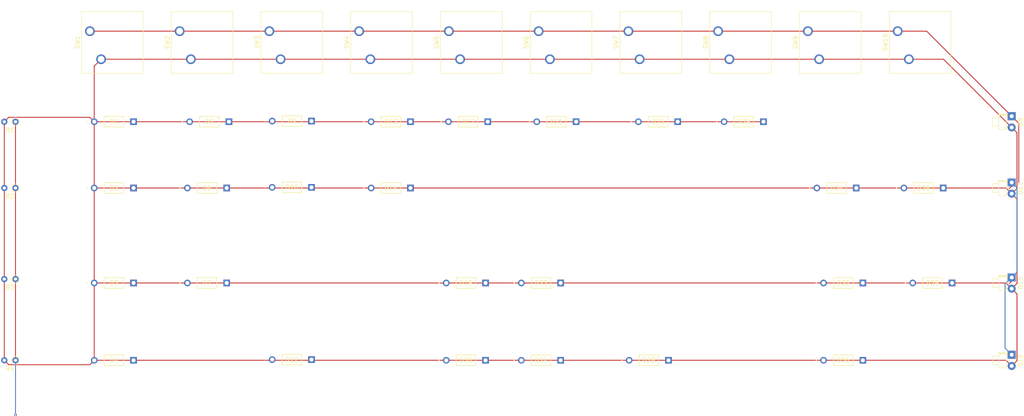
<source format=kicad_pcb>
(kicad_pcb (version 20240108) (generator "pcbnew") (generator_version "8.0")
  (layers (0 "F.Cu" signal) (31 "B.Cu" signal) (34 "B.Paste" user) (35 "F.Paste" user) (36 "B.SilkS" user "B.Silkscreen") (37 "F.SilkS" user "F.Silkscreen") (38 "B.Mask" user) (39 "F.Mask" user) (44 "Edge.Cuts" user))
  (net 0 "")
  (net 1 "/A")
  (net 2 "Earth")
  (net 3 "+6V")
  (footprint "diode1n914:AFL-W2C8.9D" (layer "F.Cu") (at 166.40016 60.65)
    (property "Reference" "D21" (at -4.45008 0 0) (layer "F.SilkS"))
    (property "Value" "1N914")
    (fp_line (start -6.652795 -1.201955) (end -6.652795 1.201955) (stroke (width 0.1524)) (layer "F.SilkS"))
    (fp_line (start -6.652795 1.201955) (end -2.247365 1.201955) (stroke (width 0.1524)) (layer "F.SilkS"))
    (fp_line (start -2.247365 -1.201955) (end -6.652795 -1.201955) (stroke (width 0.1524)) (layer "F.SilkS"))
    (fp_line (start -2.247365 1.201955) (end -2.247365 -1.201955) (stroke (width 0.1524)) (layer "F.SilkS"))
    (fp_circle (center -10.53846 0) (end -10.46226 0) (stroke (width 0.1524)) (fill none) (layer "F.SilkS"))
    (pad "1" thru_hole circle (at -8.90016 0) (size 1.4986 1.4986) (drill 0.889) (layers "*.Cu" "*.Mask") (net 1 "/A"))
    (pad "2" thru_hole rect (at 0 0) (size 1.4986 1.4986) (drill 0.889) (layers "*.Cu" "*.Mask") (net 1 "/A"))
  )
  (footprint "LED_THT:LED_D1.8mm_W1.8mm_H2.4mm_Horizontal_O1.27mm_Z1.6mm" (layer "F.Cu") (at 265 74.4 -90)
    (property "Reference" "D11" (at 1.27 -1.96 90) (layer "F.SilkS"))
    (property "Value" "LED")
    (fp_line (start 0.31 4.33) (end 2.23 4.33) (stroke (width 0.12)) (layer "F.SilkS"))
    (fp_line (start 2.23 4.33) (end 2.23 2.93) (stroke (width 0.12)) (layer "F.SilkS"))
    (fp_line (start -0.44 2.93) (end 2.98 2.93) (stroke (width 0.12)) (layer "F.SilkS"))
    (fp_line (start 0.31 2.93) (end 0.31 4.33) (stroke (width 0.12)) (layer "F.SilkS"))
    (fp_line (start 2.23 2.93) (end 0.31 2.93) (stroke (width 0.12)) (layer "F.SilkS"))
    (fp_line (start 2.98 2.93) (end 2.98 1.21) (stroke (width 0.12)) (layer "F.SilkS"))
    (fp_line (start -0.44 1.21) (end -0.44 2.93) (stroke (width 0.12)) (layer "F.SilkS"))
    (fp_line (start -0.32 1.21) (end -0.32 2.93) (stroke (width 0.12)) (layer "F.SilkS"))
    (fp_line (start -0.2 1.21) (end -0.2 2.93) (stroke (width 0.12)) (layer "F.SilkS"))
    (fp_line (start 0 1.21) (end 0 1.21) (stroke (width 0.12)) (layer "F.SilkS"))
    (fp_line (start 0 1.21) (end 0 1.08) (stroke (width 0.12)) (layer "F.SilkS"))
    (fp_line (start 2.54 1.21) (end 2.54 1.21) (stroke (width 0.12)) (layer "F.SilkS"))
    (fp_line (start 2.54 1.21) (end 2.54 1.08) (stroke (width 0.12)) (layer "F.SilkS"))
    (fp_line (start 2.98 1.21) (end -0.44 1.21) (stroke (width 0.12)) (layer "F.SilkS"))
    (fp_line (start 0 1.08) (end 0 1.21) (stroke (width 0.12)) (layer "F.SilkS"))
    (fp_line (start 0 1.08) (end 0 1.08) (stroke (width 0.12)) (layer "F.SilkS"))
    (fp_line (start 2.54 1.08) (end 2.54 1.21) (stroke (width 0.12)) (layer "F.SilkS"))
    (fp_line (start 2.54 1.08) (end 2.54 1.08) (stroke (width 0.12)) (layer "F.SilkS"))
    (pad "1" thru_hole rect (at 0 0 270) (size 1.8 1.8) (drill 0.9) (layers "*.Cu" "*.Mask") (net 2 "Earth"))
    (pad "2" thru_hole circle (at 2.54 0 270) (size 1.8 1.8) (drill 0.9) (layers "*.Cu" "*.Mask") (net 1 "/A"))
  )
  (footprint "diode1n914:AFL-W2C8.9D" (layer "F.Cu") (at 162.90016 114.65)
    (property "Reference" "D24" (at -4.45008 0 0) (layer "F.SilkS"))
    (property "Value" "1N914")
    (fp_line (start -6.652795 -1.201955) (end -6.652795 1.201955) (stroke (width 0.1524)) (layer "F.SilkS"))
    (fp_line (start -6.652795 1.201955) (end -2.247365 1.201955) (stroke (width 0.1524)) (layer "F.SilkS"))
    (fp_line (start -2.247365 -1.201955) (end -6.652795 -1.201955) (stroke (width 0.1524)) (layer "F.SilkS"))
    (fp_line (start -2.247365 1.201955) (end -2.247365 -1.201955) (stroke (width 0.1524)) (layer "F.SilkS"))
    (fp_circle (center -10.53846 0) (end -10.46226 0) (stroke (width 0.1524)) (fill none) (layer "F.SilkS"))
    (pad "1" thru_hole circle (at -8.90016 0) (size 1.4986 1.4986) (drill 0.889) (layers "*.Cu" "*.Mask") (net 1 "/A"))
    (pad "2" thru_hole rect (at 0 0) (size 1.4986 1.4986) (drill 0.889) (layers "*.Cu" "*.Mask") (net 1 "/A"))
  )
  (footprint "Button_Switch_Keyboard:SW_Cherry_MX_1.00u_PCB" (layer "F.Cu") (at 157.92 40.154448 90)
    (property "Reference" "SW6" (at -2.54 -2.794 90) (layer "F.SilkS"))
    (property "Value" "SW_Push_Dual_x2")
    (fp_line (start 4.445 -1.905) (end 4.445 12.065) (stroke (width 0.12)) (layer "F.SilkS"))
    (fp_line (start -9.525 -1.905) (end 4.445 -1.905) (stroke (width 0.12)) (layer "F.SilkS"))
    (fp_line (start 4.445 12.065) (end -9.525 12.065) (stroke (width 0.12)) (layer "F.SilkS"))
    (fp_line (start -9.525 12.065) (end -9.525 -1.905) (stroke (width 0.12)) (layer "F.SilkS"))
    (pad "" np_thru_hole circle (at -7.62 5.08 90) (size 1.7 1.7) (drill 1.7) (layers "*.Cu" "*.Mask"))
    (pad "" np_thru_hole circle (at -2.54 5.08 90) (size 4 4) (drill 4) (layers "*.Cu" "*.Mask"))
    (pad "" np_thru_hole circle (at 2.54 5.08 90) (size 1.7 1.7) (drill 1.7) (layers "*.Cu" "*.Mask"))
    (pad "1" thru_hole circle (at 0 0 90) (size 2.2 2.2) (drill 1.5) (layers "*.Cu" "*.Mask") (net 2 "Earth"))
    (pad "2" thru_hole circle (at -6.35 2.54 90) (size 2.2 2.2) (drill 1.5) (layers "*.Cu" "*.Mask") (net 1 "/A"))
  )
  (footprint "diode1n914:AFL-W2C8.9D" (layer "F.Cu") (at 187.30568 114.65)
    (property "Reference" "D28" (at -4.45008 0 0) (layer "F.SilkS"))
    (property "Value" "1N914")
    (fp_line (start -6.652795 -1.201955) (end -6.652795 1.201955) (stroke (width 0.1524)) (layer "F.SilkS"))
    (fp_line (start -6.652795 1.201955) (end -2.247365 1.201955) (stroke (width 0.1524)) (layer "F.SilkS"))
    (fp_line (start -2.247365 -1.201955) (end -6.652795 -1.201955) (stroke (width 0.1524)) (layer "F.SilkS"))
    (fp_line (start -2.247365 1.201955) (end -2.247365 -1.201955) (stroke (width 0.1524)) (layer "F.SilkS"))
    (fp_circle (center -10.53846 0) (end -10.46226 0) (stroke (width 0.1524)) (fill none) (layer "F.SilkS"))
    (pad "1" thru_hole circle (at -8.90016 0) (size 1.4986 1.4986) (drill 0.889) (layers "*.Cu" "*.Mask") (net 1 "/A"))
    (pad "2" thru_hole rect (at 0 0) (size 1.4986 1.4986) (drill 0.889) (layers "*.Cu" "*.Mask") (net 1 "/A"))
  )
  (footprint "LED_THT:LED_D1.8mm_W1.8mm_H2.4mm_Horizontal_O1.27mm_Z1.6mm" (layer "F.Cu") (at 265 95.9 -90)
    (property "Reference" "D15" (at 1.27 -1.96 90) (layer "F.SilkS"))
    (property "Value" "LED")
    (fp_line (start 0.31 4.33) (end 2.23 4.33) (stroke (width 0.12)) (layer "F.SilkS"))
    (fp_line (start 2.23 4.33) (end 2.23 2.93) (stroke (width 0.12)) (layer "F.SilkS"))
    (fp_line (start -0.44 2.93) (end 2.98 2.93) (stroke (width 0.12)) (layer "F.SilkS"))
    (fp_line (start 0.31 2.93) (end 0.31 4.33) (stroke (width 0.12)) (layer "F.SilkS"))
    (fp_line (start 2.23 2.93) (end 0.31 2.93) (stroke (width 0.12)) (layer "F.SilkS"))
    (fp_line (start 2.98 2.93) (end 2.98 1.21) (stroke (width 0.12)) (layer "F.SilkS"))
    (fp_line (start -0.44 1.21) (end -0.44 2.93) (stroke (width 0.12)) (layer "F.SilkS"))
    (fp_line (start -0.32 1.21) (end -0.32 2.93) (stroke (width 0.12)) (layer "F.SilkS"))
    (fp_line (start -0.2 1.21) (end -0.2 2.93) (stroke (width 0.12)) (layer "F.SilkS"))
    (fp_line (start 0 1.21) (end 0 1.21) (stroke (width 0.12)) (layer "F.SilkS"))
    (fp_line (start 0 1.21) (end 0 1.08) (stroke (width 0.12)) (layer "F.SilkS"))
    (fp_line (start 2.54 1.21) (end 2.54 1.21) (stroke (width 0.12)) (layer "F.SilkS"))
    (fp_line (start 2.54 1.21) (end 2.54 1.08) (stroke (width 0.12)) (layer "F.SilkS"))
    (fp_line (start 2.98 1.21) (end -0.44 1.21) (stroke (width 0.12)) (layer "F.SilkS"))
    (fp_line (start 0 1.08) (end 0 1.21) (stroke (width 0.12)) (layer "F.SilkS"))
    (fp_line (start 0 1.08) (end 0 1.08) (stroke (width 0.12)) (layer "F.SilkS"))
    (fp_line (start 2.54 1.08) (end 2.54 1.21) (stroke (width 0.12)) (layer "F.SilkS"))
    (fp_line (start 2.54 1.08) (end 2.54 1.08) (stroke (width 0.12)) (layer "F.SilkS"))
    (pad "1" thru_hole rect (at 0 0 270) (size 1.8 1.8) (drill 0.9) (layers "*.Cu" "*.Mask") (net 2 "Earth"))
    (pad "2" thru_hole circle (at 2.54 0 270) (size 1.8 1.8) (drill 0.9) (layers "*.Cu" "*.Mask") (net 1 "/A"))
  )
  (footprint "diode1n914:AFL-W2C8.9D" (layer "F.Cu") (at 87.80568 60.65)
    (property "Reference" "D5" (at -4.45008 0 0) (layer "F.SilkS"))
    (property "Value" "1N914")
    (fp_line (start -6.652795 -1.201955) (end -6.652795 1.201955) (stroke (width 0.1524)) (layer "F.SilkS"))
    (fp_line (start -6.652795 1.201955) (end -2.247365 1.201955) (stroke (width 0.1524)) (layer "F.SilkS"))
    (fp_line (start -2.247365 -1.201955) (end -6.652795 -1.201955) (stroke (width 0.1524)) (layer "F.SilkS"))
    (fp_line (start -2.247365 1.201955) (end -2.247365 -1.201955) (stroke (width 0.1524)) (layer "F.SilkS"))
    (fp_circle (center -10.53846 0) (end -10.46226 0) (stroke (width 0.1524)) (fill none) (layer "F.SilkS"))
    (pad "1" thru_hole circle (at -8.90016 0) (size 1.4986 1.4986) (drill 0.889) (layers "*.Cu" "*.Mask") (net 1 "/A"))
    (pad "2" thru_hole rect (at 0 0) (size 1.4986 1.4986) (drill 0.889) (layers "*.Cu" "*.Mask") (net 1 "/A"))
  )
  (footprint "diode1n914:AFL-W2C8.9D" (layer "F.Cu") (at 145.90016 114.65)
    (property "Reference" "D20" (at -4.45008 0 0) (layer "F.SilkS"))
    (property "Value" "1N914")
    (fp_line (start -6.652795 -1.201955) (end -6.652795 1.201955) (stroke (width 0.1524)) (layer "F.SilkS"))
    (fp_line (start -6.652795 1.201955) (end -2.247365 1.201955) (stroke (width 0.1524)) (layer "F.SilkS"))
    (fp_line (start -2.247365 -1.201955) (end -6.652795 -1.201955) (stroke (width 0.1524)) (layer "F.SilkS"))
    (fp_line (start -2.247365 1.201955) (end -2.247365 -1.201955) (stroke (width 0.1524)) (layer "F.SilkS"))
    (fp_circle (center -10.53846 0) (end -10.46226 0) (stroke (width 0.1524)) (fill none) (layer "F.SilkS"))
    (pad "1" thru_hole circle (at -8.90016 0) (size 1.4986 1.4986) (drill 0.889) (layers "*.Cu" "*.Mask") (net 1 "/A"))
    (pad "2" thru_hole rect (at 0 0) (size 1.4986 1.4986) (drill 0.889) (layers "*.Cu" "*.Mask") (net 1 "/A"))
  )
  (footprint "Button_Switch_Keyboard:SW_Cherry_MX_1.00u_PCB" (layer "F.Cu") (at 76.648892 40.154448 90)
    (property "Reference" "SW2" (at -2.54 -2.794 90) (layer "F.SilkS"))
    (property "Value" "SW_Push_Dual_x2")
    (fp_line (start 4.445 -1.905) (end 4.445 12.065) (stroke (width 0.12)) (layer "F.SilkS"))
    (fp_line (start -9.525 -1.905) (end 4.445 -1.905) (stroke (width 0.12)) (layer "F.SilkS"))
    (fp_line (start 4.445 12.065) (end -9.525 12.065) (stroke (width 0.12)) (layer "F.SilkS"))
    (fp_line (start -9.525 12.065) (end -9.525 -1.905) (stroke (width 0.12)) (layer "F.SilkS"))
    (pad "" np_thru_hole circle (at -7.62 5.08 90) (size 1.7 1.7) (drill 1.7) (layers "*.Cu" "*.Mask"))
    (pad "" np_thru_hole circle (at -2.54 5.08 90) (size 4 4) (drill 4) (layers "*.Cu" "*.Mask"))
    (pad "" np_thru_hole circle (at 2.54 5.08 90) (size 1.7 1.7) (drill 1.7) (layers "*.Cu" "*.Mask"))
    (pad "1" thru_hole circle (at 0 0 90) (size 2.2 2.2) (drill 1.5) (layers "*.Cu" "*.Mask") (net 2 "Earth"))
    (pad "2" thru_hole circle (at -6.35 2.54 90) (size 2.2 2.2) (drill 1.5) (layers "*.Cu" "*.Mask") (net 1 "/A"))
  )
  (footprint "diode1n914:AFL-W2C8.9D" (layer "F.Cu") (at 128.90016 75.65)
    (property "Reference" "D14" (at -4.45008 0 0) (layer "F.SilkS"))
    (property "Value" "1N914")
    (fp_line (start -6.652795 -1.201955) (end -6.652795 1.201955) (stroke (width 0.1524)) (layer "F.SilkS"))
    (fp_line (start -6.652795 1.201955) (end -2.247365 1.201955) (stroke (width 0.1524)) (layer "F.SilkS"))
    (fp_line (start -2.247365 -1.201955) (end -6.652795 -1.201955) (stroke (width 0.1524)) (layer "F.SilkS"))
    (fp_line (start -2.247365 1.201955) (end -2.247365 -1.201955) (stroke (width 0.1524)) (layer "F.SilkS"))
    (fp_circle (center -10.53846 0) (end -10.46226 0) (stroke (width 0.1524)) (fill none) (layer "F.SilkS"))
    (pad "1" thru_hole circle (at -8.90016 0) (size 1.4986 1.4986) (drill 0.889) (layers "*.Cu" "*.Mask") (net 1 "/A"))
    (pad "2" thru_hole rect (at 0 0) (size 1.4986 1.4986) (drill 0.889) (layers "*.Cu" "*.Mask") (net 1 "/A"))
  )
  (footprint "diode1n914:AFL-W2C8.9D" (layer "F.Cu") (at 66.216795 97.15)
    (property "Reference" "D3" (at -4.45008 0 0) (layer "F.SilkS"))
    (property "Value" "1N914")
    (fp_line (start -6.652795 -1.201955) (end -6.652795 1.201955) (stroke (width 0.1524)) (layer "F.SilkS"))
    (fp_line (start -6.652795 1.201955) (end -2.247365 1.201955) (stroke (width 0.1524)) (layer "F.SilkS"))
    (fp_line (start -2.247365 -1.201955) (end -6.652795 -1.201955) (stroke (width 0.1524)) (layer "F.SilkS"))
    (fp_line (start -2.247365 1.201955) (end -2.247365 -1.201955) (stroke (width 0.1524)) (layer "F.SilkS"))
    (fp_circle (center -10.53846 0) (end -10.46226 0) (stroke (width 0.1524)) (fill none) (layer "F.SilkS"))
    (pad "1" thru_hole circle (at -8.90016 0) (size 1.4986 1.4986) (drill 0.889) (layers "*.Cu" "*.Mask") (net 1 "/A"))
    (pad "2" thru_hole rect (at 0 0) (size 1.4986 1.4986) (drill 0.889) (layers "*.Cu" "*.Mask") (net 1 "/A"))
  )
  (footprint "Button_Switch_Keyboard:SW_Cherry_MX_1.00u_PCB" (layer "F.Cu") (at 56.331115 40.154448 90)
    (property "Reference" "SW1" (at -2.54 -2.794 90) (layer "F.SilkS"))
    (property "Value" "SW_Push_Dual_x2")
    (fp_line (start 4.445 -1.905) (end 4.445 12.065) (stroke (width 0.12)) (layer "F.SilkS"))
    (fp_line (start -9.525 -1.905) (end 4.445 -1.905) (stroke (width 0.12)) (layer "F.SilkS"))
    (fp_line (start 4.445 12.065) (end -9.525 12.065) (stroke (width 0.12)) (layer "F.SilkS"))
    (fp_line (start -9.525 12.065) (end -9.525 -1.905) (stroke (width 0.12)) (layer "F.SilkS"))
    (pad "" np_thru_hole circle (at -7.62 5.08 90) (size 1.7 1.7) (drill 1.7) (layers "*.Cu" "*.Mask"))
    (pad "" np_thru_hole circle (at -2.54 5.08 90) (size 4 4) (drill 4) (layers "*.Cu" "*.Mask"))
    (pad "" np_thru_hole circle (at 2.54 5.08 90) (size 1.7 1.7) (drill 1.7) (layers "*.Cu" "*.Mask"))
    (pad "1" thru_hole circle (at 0 0 90) (size 2.2 2.2) (drill 1.5) (layers "*.Cu" "*.Mask") (net 2 "Earth"))
    (pad "2" thru_hole circle (at -6.35 2.54 90) (size 2.2 2.2) (drill 1.5) (layers "*.Cu" "*.Mask") (net 1 "/A"))
  )
  (footprint "diode1n914:AFL-W2C8.9D" (layer "F.Cu") (at 146.40016 60.65)
    (property "Reference" "D17" (at -4.45008 0 0) (layer "F.SilkS"))
    (property "Value" "1N914")
    (fp_line (start -6.652795 -1.201955) (end -6.652795 1.201955) (stroke (width 0.1524)) (layer "F.SilkS"))
    (fp_line (start -6.652795 1.201955) (end -2.247365 1.201955) (stroke (width 0.1524)) (layer "F.SilkS"))
    (fp_line (start -2.247365 -1.201955) (end -6.652795 -1.201955) (stroke (width 0.1524)) (layer "F.SilkS"))
    (fp_line (start -2.247365 1.201955) (end -2.247365 -1.201955) (stroke (width 0.1524)) (layer "F.SilkS"))
    (fp_circle (center -10.53846 0) (end -10.46226 0) (stroke (width 0.1524)) (fill none) (layer "F.SilkS"))
    (pad "1" thru_hole circle (at -8.90016 0) (size 1.4986 1.4986) (drill 0.889) (layers "*.Cu" "*.Mask") (net 1 "/A"))
    (pad "2" thru_hole rect (at 0 0) (size 1.4986 1.4986) (drill 0.889) (layers "*.Cu" "*.Mask") (net 1 "/A"))
  )
  (footprint "diode1n914:AFL-W2C8.9D" (layer "F.Cu") (at 251.5 97.15)
    (property "Reference" "D39" (at -4.45008 0 0) (layer "F.SilkS"))
    (property "Value" "1N914")
    (fp_line (start -6.652795 -1.201955) (end -6.652795 1.201955) (stroke (width 0.1524)) (layer "F.SilkS"))
    (fp_line (start -6.652795 1.201955) (end -2.247365 1.201955) (stroke (width 0.1524)) (layer "F.SilkS"))
    (fp_line (start -2.247365 -1.201955) (end -6.652795 -1.201955) (stroke (width 0.1524)) (layer "F.SilkS"))
    (fp_line (start -2.247365 1.201955) (end -2.247365 -1.201955) (stroke (width 0.1524)) (layer "F.SilkS"))
    (fp_circle (center -10.53846 0) (end -10.46226 0) (stroke (width 0.1524)) (fill none) (layer "F.SilkS"))
    (pad "1" thru_hole circle (at -8.90016 0) (size 1.4986 1.4986) (drill 0.889) (layers "*.Cu" "*.Mask") (net 1 "/A"))
    (pad "2" thru_hole rect (at 0 0) (size 1.4986 1.4986) (drill 0.889) (layers "*.Cu" "*.Mask") (net 1 "/A"))
  )
  (footprint "Button_Switch_Keyboard:SW_Cherry_MX_1.00u_PCB" (layer "F.Cu") (at 178.237777 40.154448 90)
    (property "Reference" "SW7" (at -2.54 -2.794 90) (layer "F.SilkS"))
    (property "Value" "SW_Push_Dual_x2")
    (fp_line (start 4.445 -1.905) (end 4.445 12.065) (stroke (width 0.12)) (layer "F.SilkS"))
    (fp_line (start -9.525 -1.905) (end 4.445 -1.905) (stroke (width 0.12)) (layer "F.SilkS"))
    (fp_line (start 4.445 12.065) (end -9.525 12.065) (stroke (width 0.12)) (layer "F.SilkS"))
    (fp_line (start -9.525 12.065) (end -9.525 -1.905) (stroke (width 0.12)) (layer "F.SilkS"))
    (pad "" np_thru_hole circle (at -7.62 5.08 90) (size 1.7 1.7) (drill 1.7) (layers "*.Cu" "*.Mask"))
    (pad "" np_thru_hole circle (at -2.54 5.08 90) (size 4 4) (drill 4) (layers "*.Cu" "*.Mask"))
    (pad "" np_thru_hole circle (at 2.54 5.08 90) (size 1.7 1.7) (drill 1.7) (layers "*.Cu" "*.Mask"))
    (pad "1" thru_hole circle (at 0 0 90) (size 2.2 2.2) (drill 1.5) (layers "*.Cu" "*.Mask") (net 2 "Earth"))
    (pad "2" thru_hole circle (at -6.35 2.54 90) (size 2.2 2.2) (drill 1.5) (layers "*.Cu" "*.Mask") (net 1 "/A"))
  )
  (footprint "Resistor_THT:R_Axial_DIN0204_L3.6mm_D1.6mm_P2.54mm_Vertical" (layer "F.Cu") (at 39.5 75.65 180)
    (property "Reference" "R2" (at 1.27 -1.92 360) (layer "F.SilkS"))
    (property "Value" "1000")
    (fp_line (start 0.92 0) (end 1.54 0) (stroke (width 0.12)) (layer "F.SilkS"))
    (fp_circle (center 0 0) (end 0.92 0) (stroke (width 0.12)) (fill none) (layer "F.SilkS"))
    (pad "1" thru_hole circle (at 0 0 180) (size 1.4 1.4) (drill 0.7) (layers "*.Cu" "*.Mask") (net 3 "+6V"))
    (pad "2" thru_hole oval (at 2.54 0 180) (size 1.4 1.4) (drill 0.7) (layers "*.Cu" "*.Mask") (net 1 "/A"))
  )
  (footprint "diode1n914:AFL-W2C8.9D" (layer "F.Cu") (at 145.90016 97.15)
    (property "Reference" "D19" (at -4.45008 0 0) (layer "F.SilkS"))
    (property "Value" "1N914")
    (fp_line (start -6.652795 -1.201955) (end -6.652795 1.201955) (stroke (width 0.1524)) (layer "F.SilkS"))
    (fp_line (start -6.652795 1.201955) (end -2.247365 1.201955) (stroke (width 0.1524)) (layer "F.SilkS"))
    (fp_line (start -2.247365 -1.201955) (end -6.652795 -1.201955) (stroke (width 0.1524)) (layer "F.SilkS"))
    (fp_line (start -2.247365 1.201955) (end -2.247365 -1.201955) (stroke (width 0.1524)) (layer "F.SilkS"))
    (fp_circle (center -10.53846 0) (end -10.46226 0) (stroke (width 0.1524)) (fill none) (layer "F.SilkS"))
    (pad "1" thru_hole circle (at -8.90016 0) (size 1.4986 1.4986) (drill 0.889) (layers "*.Cu" "*.Mask") (net 1 "/A"))
    (pad "2" thru_hole rect (at 0 0) (size 1.4986 1.4986) (drill 0.889) (layers "*.Cu" "*.Mask") (net 1 "/A"))
  )
  (footprint "Resistor_THT:R_Axial_DIN0204_L3.6mm_D1.6mm_P2.54mm_Vertical" (layer "F.Cu") (at 39.5 96.266666 180)
    (property "Reference" "R3" (at 1.27 -1.92 360) (layer "F.SilkS"))
    (property "Value" "1000")
    (fp_line (start 0.92 0) (end 1.54 0) (stroke (width 0.12)) (layer "F.SilkS"))
    (fp_circle (center 0 0) (end 0.92 0) (stroke (width 0.12)) (fill none) (layer "F.SilkS"))
    (pad "1" thru_hole circle (at 0 0 180) (size 1.4 1.4) (drill 0.7) (layers "*.Cu" "*.Mask") (net 3 "+6V"))
    (pad "2" thru_hole oval (at 2.54 0 180) (size 1.4 1.4) (drill 0.7) (layers "*.Cu" "*.Mask") (net 1 "/A"))
  )
  (footprint "LED_THT:LED_D1.8mm_W1.8mm_H2.4mm_Horizontal_O1.27mm_Z1.6mm" (layer "F.Cu") (at 265 113.4 -90)
    (property "Reference" "D16" (at 1.27 -1.96 90) (layer "F.SilkS"))
    (property "Value" "LED")
    (fp_line (start 0.31 4.33) (end 2.23 4.33) (stroke (width 0.12)) (layer "F.SilkS"))
    (fp_line (start 2.23 4.33) (end 2.23 2.93) (stroke (width 0.12)) (layer "F.SilkS"))
    (fp_line (start -0.44 2.93) (end 2.98 2.93) (stroke (width 0.12)) (layer "F.SilkS"))
    (fp_line (start 0.31 2.93) (end 0.31 4.33) (stroke (width 0.12)) (layer "F.SilkS"))
    (fp_line (start 2.23 2.93) (end 0.31 2.93) (stroke (width 0.12)) (layer "F.SilkS"))
    (fp_line (start 2.98 2.93) (end 2.98 1.21) (stroke (width 0.12)) (layer "F.SilkS"))
    (fp_line (start -0.44 1.21) (end -0.44 2.93) (stroke (width 0.12)) (layer "F.SilkS"))
    (fp_line (start -0.32 1.21) (end -0.32 2.93) (stroke (width 0.12)) (layer "F.SilkS"))
    (fp_line (start -0.2 1.21) (end -0.2 2.93) (stroke (width 0.12)) (layer "F.SilkS"))
    (fp_line (start 0 1.21) (end 0 1.21) (stroke (width 0.12)) (layer "F.SilkS"))
    (fp_line (start 0 1.21) (end 0 1.08) (stroke (width 0.12)) (layer "F.SilkS"))
    (fp_line (start 2.54 1.21) (end 2.54 1.21) (stroke (width 0.12)) (layer "F.SilkS"))
    (fp_line (start 2.54 1.21) (end 2.54 1.08) (stroke (width 0.12)) (layer "F.SilkS"))
    (fp_line (start 2.98 1.21) (end -0.44 1.21) (stroke (width 0.12)) (layer "F.SilkS"))
    (fp_line (start 0 1.08) (end 0 1.21) (stroke (width 0.12)) (layer "F.SilkS"))
    (fp_line (start 0 1.08) (end 0 1.08) (stroke (width 0.12)) (layer "F.SilkS"))
    (fp_line (start 2.54 1.08) (end 2.54 1.21) (stroke (width 0.12)) (layer "F.SilkS"))
    (fp_line (start 2.54 1.08) (end 2.54 1.08) (stroke (width 0.12)) (layer "F.SilkS"))
    (pad "1" thru_hole rect (at 0 0 270) (size 1.8 1.8) (drill 0.9) (layers "*.Cu" "*.Mask") (net 2 "Earth"))
    (pad "2" thru_hole circle (at 2.54 0 270) (size 1.8 1.8) (drill 0.9) (layers "*.Cu" "*.Mask") (net 1 "/A"))
  )
  (footprint "diode1n914:AFL-W2C8.9D" (layer "F.Cu") (at 66.216795 114.65)
    (property "Reference" "D4" (at -4.45008 0 0) (layer "F.SilkS"))
    (property "Value" "1N914")
    (fp_line (start -6.652795 -1.201955) (end -6.652795 1.201955) (stroke (width 0.1524)) (layer "F.SilkS"))
    (fp_line (start -6.652795 1.201955) (end -2.247365 1.201955) (stroke (width 0.1524)) (layer "F.SilkS"))
    (fp_line (start -2.247365 -1.201955) (end -6.652795 -1.201955) (stroke (width 0.1524)) (layer "F.SilkS"))
    (fp_line (start -2.247365 1.201955) (end -2.247365 -1.201955) (stroke (width 0.1524)) (layer "F.SilkS"))
    (fp_circle (center -10.53846 0) (end -10.46226 0) (stroke (width 0.1524)) (fill none) (layer "F.SilkS"))
    (pad "1" thru_hole circle (at -8.90016 0) (size 1.4986 1.4986) (drill 0.889) (layers "*.Cu" "*.Mask") (net 1 "/A"))
    (pad "2" thru_hole rect (at 0 0) (size 1.4986 1.4986) (drill 0.889) (layers "*.Cu" "*.Mask") (net 1 "/A"))
  )
  (footprint "diode1n914:AFL-W2C8.9D" (layer "F.Cu") (at 87.30568 97.15)
    (property "Reference" "D7" (at -4.45008 0 0) (layer "F.SilkS"))
    (property "Value" "1N914")
    (fp_line (start -6.652795 -1.201955) (end -6.652795 1.201955) (stroke (width 0.1524)) (layer "F.SilkS"))
    (fp_line (start -6.652795 1.201955) (end -2.247365 1.201955) (stroke (width 0.1524)) (layer "F.SilkS"))
    (fp_line (start -2.247365 -1.201955) (end -6.652795 -1.201955) (stroke (width 0.1524)) (layer "F.SilkS"))
    (fp_line (start -2.247365 1.201955) (end -2.247365 -1.201955) (stroke (width 0.1524)) (layer "F.SilkS"))
    (fp_circle (center -10.53846 0) (end -10.46226 0) (stroke (width 0.1524)) (fill none) (layer "F.SilkS"))
    (pad "1" thru_hole circle (at -8.90016 0) (size 1.4986 1.4986) (drill 0.889) (layers "*.Cu" "*.Mask") (net 1 "/A"))
    (pad "2" thru_hole rect (at 0 0) (size 1.4986 1.4986) (drill 0.889) (layers "*.Cu" "*.Mask") (net 1 "/A"))
  )
  (footprint "diode1n914:AFL-W2C8.9D" (layer "F.Cu") (at 106.5 60.5)
    (property "Reference" "D9" (at -4.45008 0 0) (layer "F.SilkS"))
    (property "Value" "1N914")
    (fp_line (start -6.652795 -1.201955) (end -6.652795 1.201955) (stroke (width 0.1524)) (layer "F.SilkS"))
    (fp_line (start -6.652795 1.201955) (end -2.247365 1.201955) (stroke (width 0.1524)) (layer "F.SilkS"))
    (fp_line (start -2.247365 -1.201955) (end -6.652795 -1.201955) (stroke (width 0.1524)) (layer "F.SilkS"))
    (fp_line (start -2.247365 1.201955) (end -2.247365 -1.201955) (stroke (width 0.1524)) (layer "F.SilkS"))
    (fp_circle (center -10.53846 0) (end -10.46226 0) (stroke (width 0.1524)) (fill none) (layer "F.SilkS"))
    (pad "1" thru_hole circle (at -8.90016 0) (size 1.4986 1.4986) (drill 0.889) (layers "*.Cu" "*.Mask") (net 1 "/A"))
    (pad "2" thru_hole rect (at 0 0) (size 1.4986 1.4986) (drill 0.889) (layers "*.Cu" "*.Mask") (net 1 "/A"))
  )
  (footprint "Resistor_THT:R_Axial_DIN0204_L3.6mm_D1.6mm_P2.54mm_Vertical" (layer "F.Cu") (at 39.5 60.65 180)
    (property "Reference" "R1" (at 1.27 -1.92 360) (layer "F.SilkS"))
    (property "Value" "1000")
    (fp_line (start 0.92 0) (end 1.54 0) (stroke (width 0.12)) (layer "F.SilkS"))
    (fp_circle (center 0 0) (end 0.92 0) (stroke (width 0.12)) (fill none) (layer "F.SilkS"))
    (pad "1" thru_hole circle (at 0 0 180) (size 1.4 1.4) (drill 0.7) (layers "*.Cu" "*.Mask") (net 3 "+6V"))
    (pad "2" thru_hole oval (at 2.54 0 180) (size 1.4 1.4) (drill 0.7) (layers "*.Cu" "*.Mask") (net 1 "/A"))
  )
  (footprint "diode1n914:AFL-W2C8.9D" (layer "F.Cu") (at 249.5 75.65)
    (property "Reference" "D38" (at -4.45008 0 0) (layer "F.SilkS"))
    (property "Value" "1N914")
    (fp_line (start -6.652795 -1.201955) (end -6.652795 1.201955) (stroke (width 0.1524)) (layer "F.SilkS"))
    (fp_line (start -6.652795 1.201955) (end -2.247365 1.201955) (stroke (width 0.1524)) (layer "F.SilkS"))
    (fp_line (start -2.247365 -1.201955) (end -6.652795 -1.201955) (stroke (width 0.1524)) (layer "F.SilkS"))
    (fp_line (start -2.247365 1.201955) (end -2.247365 -1.201955) (stroke (width 0.1524)) (layer "F.SilkS"))
    (fp_circle (center -10.53846 0) (end -10.46226 0) (stroke (width 0.1524)) (fill none) (layer "F.SilkS"))
    (pad "1" thru_hole circle (at -8.90016 0) (size 1.4986 1.4986) (drill 0.889) (layers "*.Cu" "*.Mask") (net 1 "/A"))
    (pad "2" thru_hole rect (at 0 0) (size 1.4986 1.4986) (drill 0.889) (layers "*.Cu" "*.Mask") (net 1 "/A"))
  )
  (footprint "diode1n914:AFL-W2C8.9D" (layer "F.Cu") (at 231.30568 114.65)
    (property "Reference" "D36" (at -4.45008 0 0) (layer "F.SilkS"))
    (property "Value" "1N914")
    (fp_line (start -6.652795 -1.201955) (end -6.652795 1.201955) (stroke (width 0.1524)) (layer "F.SilkS"))
    (fp_line (start -6.652795 1.201955) (end -2.247365 1.201955) (stroke (width 0.1524)) (layer "F.SilkS"))
    (fp_line (start -2.247365 -1.201955) (end -6.652795 -1.201955) (stroke (width 0.1524)) (layer "F.SilkS"))
    (fp_line (start -2.247365 1.201955) (end -2.247365 -1.201955) (stroke (width 0.1524)) (layer "F.SilkS"))
    (fp_circle (center -10.53846 0) (end -10.46226 0) (stroke (width 0.1524)) (fill none) (layer "F.SilkS"))
    (pad "1" thru_hole circle (at -8.90016 0) (size 1.4986 1.4986) (drill 0.889) (layers "*.Cu" "*.Mask") (net 1 "/A"))
    (pad "2" thru_hole rect (at 0 0) (size 1.4986 1.4986) (drill 0.889) (layers "*.Cu" "*.Mask") (net 1 "/A"))
  )
  (footprint "diode1n914:AFL-W2C8.9D" (layer "F.Cu") (at 208.80568 60.65)
    (property "Reference" "D29" (at -4.45008 0 0) (layer "F.SilkS"))
    (property "Value" "1N914")
    (fp_line (start -6.652795 -1.201955) (end -6.652795 1.201955) (stroke (width 0.1524)) (layer "F.SilkS"))
    (fp_line (start -6.652795 1.201955) (end -2.247365 1.201955) (stroke (width 0.1524)) (layer "F.SilkS"))
    (fp_line (start -2.247365 -1.201955) (end -6.652795 -1.201955) (stroke (width 0.1524)) (layer "F.SilkS"))
    (fp_line (start -2.247365 1.201955) (end -2.247365 -1.201955) (stroke (width 0.1524)) (layer "F.SilkS"))
    (fp_circle (center -10.53846 0) (end -10.46226 0) (stroke (width 0.1524)) (fill none) (layer "F.SilkS"))
    (pad "1" thru_hole circle (at -8.90016 0) (size 1.4986 1.4986) (drill 0.889) (layers "*.Cu" "*.Mask") (net 1 "/A"))
    (pad "2" thru_hole rect (at 0 0) (size 1.4986 1.4986) (drill 0.889) (layers "*.Cu" "*.Mask") (net 1 "/A"))
  )
  (footprint "diode1n914:AFL-W2C8.9D" (layer "F.Cu") (at 231.30568 97.15)
    (property "Reference" "D35" (at -4.45008 0 0) (layer "F.SilkS"))
    (property "Value" "1N914")
    (fp_line (start -6.652795 -1.201955) (end -6.652795 1.201955) (stroke (width 0.1524)) (layer "F.SilkS"))
    (fp_line (start -6.652795 1.201955) (end -2.247365 1.201955) (stroke (width 0.1524)) (layer "F.SilkS"))
    (fp_line (start -2.247365 -1.201955) (end -6.652795 -1.201955) (stroke (width 0.1524)) (layer "F.SilkS"))
    (fp_line (start -2.247365 1.201955) (end -2.247365 -1.201955) (stroke (width 0.1524)) (layer "F.SilkS"))
    (fp_circle (center -10.53846 0) (end -10.46226 0) (stroke (width 0.1524)) (fill none) (layer "F.SilkS"))
    (pad "1" thru_hole circle (at -8.90016 0) (size 1.4986 1.4986) (drill 0.889) (layers "*.Cu" "*.Mask") (net 1 "/A"))
    (pad "2" thru_hole rect (at 0 0) (size 1.4986 1.4986) (drill 0.889) (layers "*.Cu" "*.Mask") (net 1 "/A"))
  )
  (footprint "Button_Switch_Keyboard:SW_Cherry_MX_1.00u_PCB" (layer "F.Cu") (at 137.602223 40.154448 90)
    (property "Reference" "SW5" (at -2.54 -2.794 90) (layer "F.SilkS"))
    (property "Value" "SW_Push_Dual_x2")
    (fp_line (start 4.445 -1.905) (end 4.445 12.065) (stroke (width 0.12)) (layer "F.SilkS"))
    (fp_line (start -9.525 -1.905) (end 4.445 -1.905) (stroke (width 0.12)) (layer "F.SilkS"))
    (fp_line (start 4.445 12.065) (end -9.525 12.065) (stroke (width 0.12)) (layer "F.SilkS"))
    (fp_line (start -9.525 12.065) (end -9.525 -1.905) (stroke (width 0.12)) (layer "F.SilkS"))
    (pad "" np_thru_hole circle (at -7.62 5.08 90) (size 1.7 1.7) (drill 1.7) (layers "*.Cu" "*.Mask"))
    (pad "" np_thru_hole circle (at -2.54 5.08 90) (size 4 4) (drill 4) (layers "*.Cu" "*.Mask"))
    (pad "" np_thru_hole circle (at 2.54 5.08 90) (size 1.7 1.7) (drill 1.7) (layers "*.Cu" "*.Mask"))
    (pad "1" thru_hole circle (at 0 0 90) (size 2.2 2.2) (drill 1.5) (layers "*.Cu" "*.Mask") (net 2 "Earth"))
    (pad "2" thru_hole circle (at -6.35 2.54 90) (size 2.2 2.2) (drill 1.5) (layers "*.Cu" "*.Mask") (net 1 "/A"))
  )
  (footprint "diode1n914:AFL-W2C8.9D" (layer "F.Cu") (at 229.80568 75.65)
    (property "Reference" "D34" (at -4.45008 0 0) (layer "F.SilkS"))
    (property "Value" "1N914")
    (fp_line (start -6.652795 -1.201955) (end -6.652795 1.201955) (stroke (width 0.1524)) (layer "F.SilkS"))
    (fp_line (start -6.652795 1.201955) (end -2.247365 1.201955) (stroke (width 0.1524)) (layer "F.SilkS"))
    (fp_line (start -2.247365 -1.201955) (end -6.652795 -1.201955) (stroke (width 0.1524)) (layer "F.SilkS"))
    (fp_line (start -2.247365 1.201955) (end -2.247365 -1.201955) (stroke (width 0.1524)) (layer "F.SilkS"))
    (fp_circle (center -10.53846 0) (end -10.46226 0) (stroke (width 0.1524)) (fill none) (layer "F.SilkS"))
    (pad "1" thru_hole circle (at -8.90016 0) (size 1.4986 1.4986) (drill 0.889) (layers "*.Cu" "*.Mask") (net 1 "/A"))
    (pad "2" thru_hole rect (at 0 0) (size 1.4986 1.4986) (drill 0.889) (layers "*.Cu" "*.Mask") (net 1 "/A"))
  )
  (footprint "diode1n914:AFL-W2C8.9D" (layer "F.Cu") (at 128.90016 60.65)
    (property "Reference" "D13" (at -4.45008 0 0) (layer "F.SilkS"))
    (property "Value" "1N914")
    (fp_line (start -6.652795 -1.201955) (end -6.652795 1.201955) (stroke (width 0.1524)) (layer "F.SilkS"))
    (fp_line (start -6.652795 1.201955) (end -2.247365 1.201955) (stroke (width 0.1524)) (layer "F.SilkS"))
    (fp_line (start -2.247365 -1.201955) (end -6.652795 -1.201955) (stroke (width 0.1524)) (layer "F.SilkS"))
    (fp_line (start -2.247365 1.201955) (end -2.247365 -1.201955) (stroke (width 0.1524)) (layer "F.SilkS"))
    (fp_circle (center -10.53846 0) (end -10.46226 0) (stroke (width 0.1524)) (fill none) (layer "F.SilkS"))
    (pad "1" thru_hole circle (at -8.90016 0) (size 1.4986 1.4986) (drill 0.889) (layers "*.Cu" "*.Mask") (net 1 "/A"))
    (pad "2" thru_hole rect (at 0 0) (size 1.4986 1.4986) (drill 0.889) (layers "*.Cu" "*.Mask") (net 1 "/A"))
  )
  (footprint "diode1n914:AFL-W2C8.9D" (layer "F.Cu") (at 106.5 114.5)
    (property "Reference" "D12" (at -4.45008 0 0) (layer "F.SilkS"))
    (property "Value" "1N914")
    (fp_line (start -6.652795 -1.201955) (end -6.652795 1.201955) (stroke (width 0.1524)) (layer "F.SilkS"))
    (fp_line (start -6.652795 1.201955) (end -2.247365 1.201955) (stroke (width 0.1524)) (layer "F.SilkS"))
    (fp_line (start -2.247365 -1.201955) (end -6.652795 -1.201955) (stroke (width 0.1524)) (layer "F.SilkS"))
    (fp_line (start -2.247365 1.201955) (end -2.247365 -1.201955) (stroke (width 0.1524)) (layer "F.SilkS"))
    (fp_circle (center -10.53846 0) (end -10.46226 0) (stroke (width 0.1524)) (fill none) (layer "F.SilkS"))
    (pad "1" thru_hole circle (at -8.90016 0) (size 1.4986 1.4986) (drill 0.889) (layers "*.Cu" "*.Mask") (net 1 "/A"))
    (pad "2" thru_hole rect (at 0 0) (size 1.4986 1.4986) (drill 0.889) (layers "*.Cu" "*.Mask") (net 1 "/A"))
  )
  (footprint "LED_THT:LED_D1.8mm_W1.8mm_H2.4mm_Horizontal_O1.27mm_Z1.6mm" (layer "F.Cu") (at 265 59.4 -90)
    (property "Reference" "D8" (at 1.27 -1.96 90) (layer "F.SilkS"))
    (property "Value" "LED")
    (fp_line (start 0.31 4.33) (end 2.23 4.33) (stroke (width 0.12)) (layer "F.SilkS"))
    (fp_line (start 2.23 4.33) (end 2.23 2.93) (stroke (width 0.12)) (layer "F.SilkS"))
    (fp_line (start -0.44 2.93) (end 2.98 2.93) (stroke (width 0.12)) (layer "F.SilkS"))
    (fp_line (start 0.31 2.93) (end 0.31 4.33) (stroke (width 0.12)) (layer "F.SilkS"))
    (fp_line (start 2.23 2.93) (end 0.31 2.93) (stroke (width 0.12)) (layer "F.SilkS"))
    (fp_line (start 2.98 2.93) (end 2.98 1.21) (stroke (width 0.12)) (layer "F.SilkS"))
    (fp_line (start -0.44 1.21) (end -0.44 2.93) (stroke (width 0.12)) (layer "F.SilkS"))
    (fp_line (start -0.32 1.21) (end -0.32 2.93) (stroke (width 0.12)) (layer "F.SilkS"))
    (fp_line (start -0.2 1.21) (end -0.2 2.93) (stroke (width 0.12)) (layer "F.SilkS"))
    (fp_line (start 0 1.21) (end 0 1.21) (stroke (width 0.12)) (layer "F.SilkS"))
    (fp_line (start 0 1.21) (end 0 1.08) (stroke (width 0.12)) (layer "F.SilkS"))
    (fp_line (start 2.54 1.21) (end 2.54 1.21) (stroke (width 0.12)) (layer "F.SilkS"))
    (fp_line (start 2.54 1.21) (end 2.54 1.08) (stroke (width 0.12)) (layer "F.SilkS"))
    (fp_line (start 2.98 1.21) (end -0.44 1.21) (stroke (width 0.12)) (layer "F.SilkS"))
    (fp_line (start 0 1.08) (end 0 1.21) (stroke (width 0.12)) (layer "F.SilkS"))
    (fp_line (start 0 1.08) (end 0 1.08) (stroke (width 0.12)) (layer "F.SilkS"))
    (fp_line (start 2.54 1.08) (end 2.54 1.21) (stroke (width 0.12)) (layer "F.SilkS"))
    (fp_line (start 2.54 1.08) (end 2.54 1.08) (stroke (width 0.12)) (layer "F.SilkS"))
    (pad "1" thru_hole rect (at 0 0 270) (size 1.8 1.8) (drill 0.9) (layers "*.Cu" "*.Mask") (net 2 "Earth"))
    (pad "2" thru_hole circle (at 2.54 0 270) (size 1.8 1.8) (drill 0.9) (layers "*.Cu" "*.Mask") (net 1 "/A"))
  )
  (footprint "diode1n914:AFL-W2C8.9D" (layer "F.Cu") (at 106.5 75.5)
    (property "Reference" "D10" (at -4.45008 0 0) (layer "F.SilkS"))
    (property "Value" "1N914")
    (fp_line (start -6.652795 -1.201955) (end -6.652795 1.201955) (stroke (width 0.1524)) (layer "F.SilkS"))
    (fp_line (start -6.652795 1.201955) (end -2.247365 1.201955) (stroke (width 0.1524)) (layer "F.SilkS"))
    (fp_line (start -2.247365 -1.201955) (end -6.652795 -1.201955) (stroke (width 0.1524)) (layer "F.SilkS"))
    (fp_line (start -2.247365 1.201955) (end -2.247365 -1.201955) (stroke (width 0.1524)) (layer "F.SilkS"))
    (fp_circle (center -10.53846 0) (end -10.46226 0) (stroke (width 0.1524)) (fill none) (layer "F.SilkS"))
    (pad "1" thru_hole circle (at -8.90016 0) (size 1.4986 1.4986) (drill 0.889) (layers "*.Cu" "*.Mask") (net 1 "/A"))
    (pad "2" thru_hole rect (at 0 0) (size 1.4986 1.4986) (drill 0.889) (layers "*.Cu" "*.Mask") (net 1 "/A"))
  )
  (footprint "Button_Switch_Keyboard:SW_Cherry_MX_1.00u_PCB" (layer "F.Cu") (at 239.191115 40.154448 90)
    (property "Reference" "SW10" (at -2.54 -2.794 90) (layer "F.SilkS"))
    (property "Value" "SW_Push_Dual_x2")
    (fp_line (start 4.445 -1.905) (end 4.445 12.065) (stroke (width 0.12)) (layer "F.SilkS"))
    (fp_line (start -9.525 -1.905) (end 4.445 -1.905) (stroke (width 0.12)) (layer "F.SilkS"))
    (fp_line (start 4.445 12.065) (end -9.525 12.065) (stroke (width 0.12)) (layer "F.SilkS"))
    (fp_line (start -9.525 12.065) (end -9.525 -1.905) (stroke (width 0.12)) (layer "F.SilkS"))
    (pad "" np_thru_hole circle (at -7.62 5.08 90) (size 1.7 1.7) (drill 1.7) (layers "*.Cu" "*.Mask"))
    (pad "" np_thru_hole circle (at -2.54 5.08 90) (size 4 4) (drill 4) (layers "*.Cu" "*.Mask"))
    (pad "" np_thru_hole circle (at 2.54 5.08 90) (size 1.7 1.7) (drill 1.7) (layers "*.Cu" "*.Mask"))
    (pad "1" thru_hole circle (at 0 0 90) (size 2.2 2.2) (drill 1.5) (layers "*.Cu" "*.Mask") (net 2 "Earth"))
    (pad "2" thru_hole circle (at -6.35 2.54 90) (size 2.2 2.2) (drill 1.5) (layers "*.Cu" "*.Mask") (net 1 "/A"))
  )
  (footprint "Button_Switch_Keyboard:SW_Cherry_MX_1.00u_PCB" (layer "F.Cu") (at 96.966669 40.154448 90)
    (property "Reference" "SW3" (at -2.54 -2.794 90) (layer "F.SilkS"))
    (property "Value" "SW_Push_Dual_x2")
    (fp_line (start 4.445 -1.905) (end 4.445 12.065) (stroke (width 0.12)) (layer "F.SilkS"))
    (fp_line (start -9.525 -1.905) (end 4.445 -1.905) (stroke (width 0.12)) (layer "F.SilkS"))
    (fp_line (start 4.445 12.065) (end -9.525 12.065) (stroke (width 0.12)) (layer "F.SilkS"))
    (fp_line (start -9.525 12.065) (end -9.525 -1.905) (stroke (width 0.12)) (layer "F.SilkS"))
    (pad "" np_thru_hole circle (at -7.62 5.08 90) (size 1.7 1.7) (drill 1.7) (layers "*.Cu" "*.Mask"))
    (pad "" np_thru_hole circle (at -2.54 5.08 90) (size 4 4) (drill 4) (layers "*.Cu" "*.Mask"))
    (pad "" np_thru_hole circle (at 2.54 5.08 90) (size 1.7 1.7) (drill 1.7) (layers "*.Cu" "*.Mask"))
    (pad "1" thru_hole circle (at 0 0 90) (size 2.2 2.2) (drill 1.5) (layers "*.Cu" "*.Mask") (net 2 "Earth"))
    (pad "2" thru_hole circle (at -6.35 2.54 90) (size 2.2 2.2) (drill 1.5) (layers "*.Cu" "*.Mask") (net 1 "/A"))
  )
  (footprint "diode1n914:AFL-W2C8.9D" (layer "F.Cu") (at 189.40016 60.65)
    (property "Reference" "D25" (at -4.45008 0 0) (layer "F.SilkS"))
    (property "Value" "1N914")
    (fp_line (start -6.652795 -1.201955) (end -6.652795 1.201955) (stroke (width 0.1524)) (layer "F.SilkS"))
    (fp_line (start -6.652795 1.201955) (end -2.247365 1.201955) (stroke (width 0.1524)) (layer "F.SilkS"))
    (fp_line (start -2.247365 -1.201955) (end -6.652795 -1.201955) (stroke (width 0.1524)) (layer "F.SilkS"))
    (fp_line (start -2.247365 1.201955) (end -2.247365 -1.201955) (stroke (width 0.1524)) (layer "F.SilkS"))
    (fp_circle (center -10.53846 0) (end -10.46226 0) (stroke (width 0.1524)) (fill none) (layer "F.SilkS"))
    (pad "1" thru_hole circle (at -8.90016 0) (size 1.4986 1.4986) (drill 0.889) (layers "*.Cu" "*.Mask") (net 1 "/A"))
    (pad "2" thru_hole rect (at 0 0) (size 1.4986 1.4986) (drill 0.889) (layers "*.Cu" "*.Mask") (net 1 "/A"))
  )
  (footprint "Button_Switch_Keyboard:SW_Cherry_MX_1.00u_PCB" (layer "F.Cu") (at 218.873331 40.154448 90)
    (property "Reference" "SW9" (at -2.54 -2.794 90) (layer "F.SilkS"))
    (property "Value" "SW_Push_Dual_x2")
    (fp_line (start 4.445 -1.905) (end 4.445 12.065) (stroke (width 0.12)) (layer "F.SilkS"))
    (fp_line (start -9.525 -1.905) (end 4.445 -1.905) (stroke (width 0.12)) (layer "F.SilkS"))
    (fp_line (start 4.445 12.065) (end -9.525 12.065) (stroke (width 0.12)) (layer "F.SilkS"))
    (fp_line (start -9.525 12.065) (end -9.525 -1.905) (stroke (width 0.12)) (layer "F.SilkS"))
    (pad "" np_thru_hole circle (at -7.62 5.08 90) (size 1.7 1.7) (drill 1.7) (layers "*.Cu" "*.Mask"))
    (pad "" np_thru_hole circle (at -2.54 5.08 90) (size 4 4) (drill 4) (layers "*.Cu" "*.Mask"))
    (pad "" np_thru_hole circle (at 2.54 5.08 90) (size 1.7 1.7) (drill 1.7) (layers "*.Cu" "*.Mask"))
    (pad "1" thru_hole circle (at 0 0 90) (size 2.2 2.2) (drill 1.5) (layers "*.Cu" "*.Mask") (net 2 "Earth"))
    (pad "2" thru_hole circle (at -6.35 2.54 90) (size 2.2 2.2) (drill 1.5) (layers "*.Cu" "*.Mask") (net 1 "/A"))
  )
  (footprint "diode1n914:AFL-W2C8.9D" (layer "F.Cu") (at 66.216795 75.65)
    (property "Reference" "D2" (at -4.45008 0 0) (layer "F.SilkS"))
    (property "Value" "1N914")
    (fp_line (start -6.652795 -1.201955) (end -6.652795 1.201955) (stroke (width 0.1524)) (layer "F.SilkS"))
    (fp_line (start -6.652795 1.201955) (end -2.247365 1.201955) (stroke (width 0.1524)) (layer "F.SilkS"))
    (fp_line (start -2.247365 -1.201955) (end -6.652795 -1.201955) (stroke (width 0.1524)) (layer "F.SilkS"))
    (fp_line (start -2.247365 1.201955) (end -2.247365 -1.201955) (stroke (width 0.1524)) (layer "F.SilkS"))
    (fp_circle (center -10.53846 0) (end -10.46226 0) (stroke (width 0.1524)) (fill none) (layer "F.SilkS"))
    (pad "1" thru_hole circle (at -8.90016 0) (size 1.4986 1.4986) (drill 0.889) (layers "*.Cu" "*.Mask") (net 1 "/A"))
    (pad "2" thru_hole rect (at 0 0) (size 1.4986 1.4986) (drill 0.889) (layers "*.Cu" "*.Mask") (net 1 "/A"))
  )
  (footprint "diode1n914:AFL-W2C8.9D" (layer "F.Cu") (at 87.30568 75.65)
    (property "Reference" "D6" (at -4.45008 0 0) (layer "F.SilkS"))
    (property "Value" "1N914")
    (fp_line (start -6.652795 -1.201955) (end -6.652795 1.201955) (stroke (width 0.1524)) (layer "F.SilkS"))
    (fp_line (start -6.652795 1.201955) (end -2.247365 1.201955) (stroke (width 0.1524)) (layer "F.SilkS"))
    (fp_line (start -2.247365 -1.201955) (end -6.652795 -1.201955) (stroke (width 0.1524)) (layer "F.SilkS"))
    (fp_line (start -2.247365 1.201955) (end -2.247365 -1.201955) (stroke (width 0.1524)) (layer "F.SilkS"))
    (fp_circle (center -10.53846 0) (end -10.46226 0) (stroke (width 0.1524)) (fill none) (layer "F.SilkS"))
    (pad "1" thru_hole circle (at -8.90016 0) (size 1.4986 1.4986) (drill 0.889) (layers "*.Cu" "*.Mask") (net 1 "/A"))
    (pad "2" thru_hole rect (at 0 0) (size 1.4986 1.4986) (drill 0.889) (layers "*.Cu" "*.Mask") (net 1 "/A"))
  )
  (footprint "diode1n914:AFL-W2C8.9D" (layer "F.Cu") (at 66.216795 60.65)
    (property "Reference" "D1" (at -4.45008 0 0) (layer "F.SilkS"))
    (property "Value" "1N914")
    (fp_line (start -6.652795 -1.201955) (end -6.652795 1.201955) (stroke (width 0.1524)) (layer "F.SilkS"))
    (fp_line (start -6.652795 1.201955) (end -2.247365 1.201955) (stroke (width 0.1524)) (layer "F.SilkS"))
    (fp_line (start -2.247365 -1.201955) (end -6.652795 -1.201955) (stroke (width 0.1524)) (layer "F.SilkS"))
    (fp_line (start -2.247365 1.201955) (end -2.247365 -1.201955) (stroke (width 0.1524)) (layer "F.SilkS"))
    (fp_circle (center -10.53846 0) (end -10.46226 0) (stroke (width 0.1524)) (fill none) (layer "F.SilkS"))
    (pad "1" thru_hole circle (at -8.90016 0) (size 1.4986 1.4986) (drill 0.889) (layers "*.Cu" "*.Mask") (net 1 "/A"))
    (pad "2" thru_hole rect (at 0 0) (size 1.4986 1.4986) (drill 0.889) (layers "*.Cu" "*.Mask") (net 1 "/A"))
  )
  (footprint "diode1n914:AFL-W2C8.9D" (layer "F.Cu") (at 162.90016 97.15)
    (property "Reference" "D23" (at -4.45008 0 0) (layer "F.SilkS"))
    (property "Value" "1N914")
    (fp_line (start -6.652795 -1.201955) (end -6.652795 1.201955) (stroke (width 0.1524)) (layer "F.SilkS"))
    (fp_line (start -6.652795 1.201955) (end -2.247365 1.201955) (stroke (width 0.1524)) (layer "F.SilkS"))
    (fp_line (start -2.247365 -1.201955) (end -6.652795 -1.201955) (stroke (width 0.1524)) (layer "F.SilkS"))
    (fp_line (start -2.247365 1.201955) (end -2.247365 -1.201955) (stroke (width 0.1524)) (layer "F.SilkS"))
    (fp_circle (center -10.53846 0) (end -10.46226 0) (stroke (width 0.1524)) (fill none) (layer "F.SilkS"))
    (pad "1" thru_hole circle (at -8.90016 0) (size 1.4986 1.4986) (drill 0.889) (layers "*.Cu" "*.Mask") (net 1 "/A"))
    (pad "2" thru_hole rect (at 0 0) (size 1.4986 1.4986) (drill 0.889) (layers "*.Cu" "*.Mask") (net 1 "/A"))
  )
  (footprint "Resistor_THT:R_Axial_DIN0204_L3.6mm_D1.6mm_P2.54mm_Vertical" (layer "F.Cu") (at 39.5 114.65 180)
    (property "Reference" "R4" (at 1.27 -1.92 360) (layer "F.SilkS"))
    (property "Value" "1000")
    (fp_line (start 0.92 0) (end 1.54 0) (stroke (width 0.12)) (layer "F.SilkS"))
    (fp_circle (center 0 0) (end 0.92 0) (stroke (width 0.12)) (fill none) (layer "F.SilkS"))
    (pad "1" thru_hole circle (at 0 0 180) (size 1.4 1.4) (drill 0.7) (layers "*.Cu" "*.Mask") (net 3 "+6V"))
    (pad "2" thru_hole oval (at 2.54 0 180) (size 1.4 1.4) (drill 0.7) (layers "*.Cu" "*.Mask") (net 1 "/A"))
  )
  (footprint "Button_Switch_Keyboard:SW_Cherry_MX_1.00u_PCB" (layer "F.Cu") (at 117.284446 40.154448 90)
    (property "Reference" "SW4" (at -2.54 -2.794 90) (layer "F.SilkS"))
    (property "Value" "SW_Push_Dual_x2")
    (fp_line (start 4.445 -1.905) (end 4.445 12.065) (stroke (width 0.12)) (layer "F.SilkS"))
    (fp_line (start -9.525 -1.905) (end 4.445 -1.905) (stroke (width 0.12)) (layer "F.SilkS"))
    (fp_line (start 4.445 12.065) (end -9.525 12.065) (stroke (width 0.12)) (layer "F.SilkS"))
    (fp_line (start -9.525 12.065) (end -9.525 -1.905) (stroke (width 0.12)) (layer "F.SilkS"))
    (pad "" np_thru_hole circle (at -7.62 5.08 90) (size 1.7 1.7) (drill 1.7) (layers "*.Cu" "*.Mask"))
    (pad "" np_thru_hole circle (at -2.54 5.08 90) (size 4 4) (drill 4) (layers "*.Cu" "*.Mask"))
    (pad "" np_thru_hole circle (at 2.54 5.08 90) (size 1.7 1.7) (drill 1.7) (layers "*.Cu" "*.Mask"))
    (pad "1" thru_hole circle (at 0 0 90) (size 2.2 2.2) (drill 1.5) (layers "*.Cu" "*.Mask") (net 2 "Earth"))
    (pad "2" thru_hole circle (at -6.35 2.54 90) (size 2.2 2.2) (drill 1.5) (layers "*.Cu" "*.Mask") (net 1 "/A"))
  )
  (footprint "Button_Switch_Keyboard:SW_Cherry_MX_1.00u_PCB" (layer "F.Cu") (at 198.555554 40.154448 90)
    (property "Reference" "SW8" (at -2.54 -2.794 90) (layer "F.SilkS"))
    (property "Value" "SW_Push_Dual_x2")
    (fp_line (start 4.445 -1.905) (end 4.445 12.065) (stroke (width 0.12)) (layer "F.SilkS"))
    (fp_line (start -9.525 -1.905) (end 4.445 -1.905) (stroke (width 0.12)) (layer "F.SilkS"))
    (fp_line (start 4.445 12.065) (end -9.525 12.065) (stroke (width 0.12)) (layer "F.SilkS"))
    (fp_line (start -9.525 12.065) (end -9.525 -1.905) (stroke (width 0.12)) (layer "F.SilkS"))
    (pad "" np_thru_hole circle (at -7.62 5.08 90) (size 1.7 1.7) (drill 1.7) (layers "*.Cu" "*.Mask"))
    (pad "" np_thru_hole circle (at -2.54 5.08 90) (size 4 4) (drill 4) (layers "*.Cu" "*.Mask"))
    (pad "" np_thru_hole circle (at 2.54 5.08 90) (size 1.7 1.7) (drill 1.7) (layers "*.Cu" "*.Mask"))
    (pad "1" thru_hole circle (at 0 0 90) (size 2.2 2.2) (drill 1.5) (layers "*.Cu" "*.Mask") (net 2 "Earth"))
    (pad "2" thru_hole circle (at -6.35 2.54 90) (size 2.2 2.2) (drill 1.5) (layers "*.Cu" "*.Mask") (net 1 "/A"))
  )
  (segment (start 263.71 75.65) (end 265 76.94) (width 0.2) (layer "F.Cu") (net 1))
  (segment (start 266.2 63.14) (end 266.2 75.74) (width 0.2) (layer "F.Cu") (net 1))
  (segment (start 266.2 99.64) (end 266.2 114.74) (width 0.2) (layer "F.Cu") (net 1))
  (segment (start 56.316635 59.65) (end 37.96 59.65) (width 0.2) (layer "F.Cu") (net 1))
  (segment (start 57.316635 114.65) (end 222.40552 114.65) (width 0.2) (layer "F.Cu") (net 1))
  (segment (start 263.71 114.65) (end 265 115.94) (width 0.2) (layer "F.Cu") (net 1))
  (segment (start 263.71 97.15) (end 265 98.44) (width 0.2) (layer "F.Cu") (net 1))
  (segment (start 57.316635 75.65) (end 220.90552 75.65) (width 0.2) (layer "F.Cu") (net 1))
  (segment (start 57.316635 60.65) (end 208.80568 60.65) (width 0.2) (layer "F.Cu") (net 1))
  (segment (start 222.40552 97.15) (end 263.71 97.15) (width 0.2) (layer "F.Cu") (net 1))
  (segment (start 57.316635 60.65) (end 57.316635 114.65) (width 0.2) (layer "F.Cu") (net 1))
  (segment (start 37.96 59.65) (end 36.96 60.65) (width 0.2) (layer "F.Cu") (net 1))
  (segment (start 266.2 75.74) (end 265 76.94) (width 0.2) (layer "F.Cu") (net 1))
  (segment (start 265 61.94) (end 266.2 63.14) (width 0.2) (layer "F.Cu") (net 1))
  (segment (start 57.316635 97.15) (end 222.40552 97.15) (width 0.2) (layer "F.Cu") (net 1))
  (segment (start 57.316635 114.65) (end 56.316635 115.65) (width 0.2) (layer "F.Cu") (net 1))
  (segment (start 56.316635 115.65) (end 37.96 115.65) (width 0.2) (layer "F.Cu") (net 1))
  (segment (start 220.90552 75.65) (end 263.71 75.65) (width 0.2) (layer "F.Cu") (net 1))
  (segment (start 58.871115 46.504448) (end 241.731115 46.504448) (width 0.2) (layer "F.Cu") (net 1))
  (segment (start 241.731115 46.504448) (end 249.564448 46.504448) (width 0.2) (layer "F.Cu") (net 1))
  (segment (start 37.96 115.65) (end 36.96 114.65) (width 0.2) (layer "F.Cu") (net 1))
  (segment (start 57.316635 48.058928) (end 58.871115 46.504448) (width 0.2) (layer "F.Cu") (net 1))
  (segment (start 265 98.44) (end 266.2 99.64) (width 0.2) (layer "F.Cu") (net 1))
  (segment (start 57.316635 60.65) (end 56.316635 59.65) (width 0.2) (layer "F.Cu") (net 1))
  (segment (start 266.2 97.24) (end 265 98.44) (width 0.2) (layer "F.Cu") (net 1))
  (segment (start 249.564448 46.504448) (end 265 61.94) (width 0.2) (layer "F.Cu") (net 1))
  (segment (start 265 76.94) (end 266.2 78.14) (width 0.2) (layer "F.Cu") (net 1))
  (segment (start 266.2 78.14) (end 266.2 97.24) (width 0.2) (layer "F.Cu") (net 1))
  (segment (start 36.96 60.65) (end 36.96 114.65) (width 0.2) (layer "F.Cu") (net 1))
  (segment (start 57.316635 60.65) (end 57.316635 48.058928) (width 0.2) (layer "F.Cu") (net 1))
  (segment (start 266.2 114.74) (end 265 115.94) (width 0.2) (layer "F.Cu") (net 1))
  (segment (start 222.40552 114.65) (end 263.71 114.65) (width 0.2) (layer "F.Cu") (net 1))
  (segment (start 265 75.242943) (end 264.434314 75.808629) (width 0.2) (layer "F.Cu") (net 2))
  (segment (start 265 96.742943) (end 264.434314 97.308629) (width 0.2) (layer "F.Cu") (net 2))
  (segment (start 265 95.9) (end 265 96.742943) (width 0.2) (layer "F.Cu") (net 2))
  (segment (start 239.191115 40.154448) (end 245.754448 40.154448) (width 0.2) (layer "F.Cu") (net 2))
  (segment (start 266.6 61) (end 266.6 74.4) (width 0.2) (layer "F.Cu") (net 2))
  (segment (start 265 74.4) (end 265 75.242943) (width 0.2) (layer "F.Cu") (net 2))
  (segment (start 245.754448 40.154448) (end 265 59.4) (width 0.2) (layer "F.Cu") (net 2))
  (segment (start 56.331115 40.154448) (end 239.191115 40.154448) (width 0.2) (layer "F.Cu") (net 2))
  (segment (start 265 59.4) (end 266.6 61) (width 0.2) (layer "F.Cu") (net 2))
  (segment (start 266.2 94.7) (end 265 95.9) (width 0.2) (layer "B.Cu") (net 2))
  (segment (start 263.5 111.9) (end 265 113.4) (width 0.2) (layer "B.Cu") (net 2))
  (segment (start 266.2 75.6) (end 266.2 94.7) (width 0.2) (layer "B.Cu") (net 2))
  (segment (start 265 95.9) (end 263.5 97.4) (width 0.2) (layer "B.Cu") (net 2))
  (segment (start 265 74.4) (end 266.2 75.6) (width 0.2) (layer "B.Cu") (net 2))
  (segment (start 263.5 97.4) (end 263.5 111.9) (width 0.2) (layer "B.Cu") (net 2))
  (segment (start 39.5 60.65) (end 39.5 114.65) (width 0.2) (layer "F.Cu") (net 3))
  (via (at 39.5 127) (size 0.6) (drill 0.3) (layers "F.Cu" "B.Cu") (net 3))
  (segment (start 39.5 114.65) (end 39.5 127) (width 0.2) (layer "B.Cu") (net 3))
)
</source>
